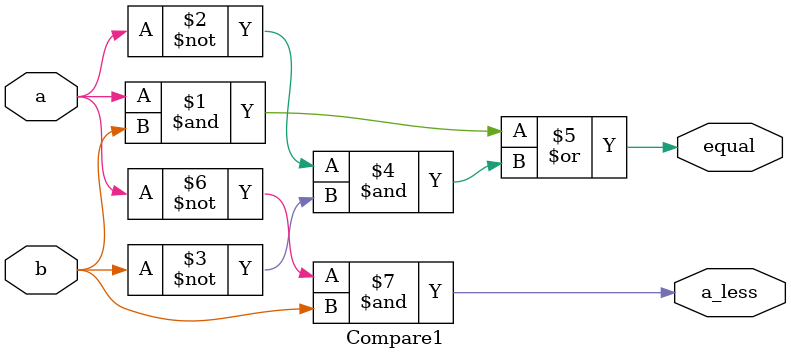
<source format=v>
`timescale 1ns / 1ps

module comparator(
    input [31:0] a,
    input [31:0] b,
    output a_l
    );
    
    wire [31:0] E, A;
    Compare1 cp0(a[0], b[0], E[0], A[0]);
    Compare1 cp1(a[1], b[1], E[1], A[1]);
    Compare1 cp2(a[2], b[2], E[2], A[2]);
    Compare1 cp3(a[3], b[3], E[3], A[3]);
    Compare1 cp4(a[4], b[4], E[4], A[4]);
    Compare1 cp5(a[5], b[5], E[5], A[5]);
    Compare1 cp6(a[6], b[6], E[6], A[6]);
    Compare1 cp7(a[7], b[7], E[7], A[7]);
    Compare1 cp8(a[8], b[8], E[8], A[8]);
    Compare1 cp9(a[9], b[9], E[9], A[9]);
    Compare1 cp10(a[10], b[10], E[10], A[10]);
    Compare1 cp11(a[11], b[11], E[11], A[11]);
    Compare1 cp12(a[12], b[12], E[12], A[12]);
    Compare1 cp13(a[13], b[13], E[13], A[13]);
    Compare1 cp14(a[14], b[14], E[14], A[14]);
    Compare1 cp15(a[15], b[15], E[15], A[15]);
    Compare1 cp16(a[16], b[16], E[16], A[16]);
    Compare1 cp17(a[17], b[17], E[17], A[17]);
    Compare1 cp18(a[18], b[18], E[18], A[18]);
    Compare1 cp19(a[19], b[19], E[19], A[19]);
    Compare1 cp20(a[20], b[20], E[20], A[20]);
    Compare1 cp21(a[21], b[21], E[21], A[21]);
    Compare1 cp22(a[22], b[22], E[22], A[22]);
    Compare1 cp23(a[23], b[23], E[23], A[23]);
    Compare1 cp24(a[24], b[24], E[24], A[24]);
    Compare1 cp25(a[25], b[25], E[25], A[25]);
    Compare1 cp26(a[26], b[26], E[26], A[26]);
    Compare1 cp27(a[27], b[27], E[27], A[27]);
    Compare1 cp28(a[28], b[28], E[28], A[28]);
    Compare1 cp29(a[29], b[29], E[29], A[29]);
    Compare1 cp30(a[30], b[30], E[30], A[30]);
    Compare1 cp31(a[31], b[31], E[31], A[31]);
    
    
    assign a_l =  ( A[31] |
                   (A[30]&E[31]) |
                   (A[29]&E[30]&E[31]) | 
                   (A[28]&E[31]&E[30]&E[29]) |
                   (A[27]&E[31]&E[30]&E[29]&E[28]) |
                   (A[26]&E[31]&E[30]&E[29]&E[28]&E[27]) |
                   (A[25]&E[31]&E[30]&E[29]&E[28]&E[27]&E[26]) |
                   (A[24]&E[31]&E[30]&E[29]&E[28]&E[27]&E[26]&E[25]) |
                   (A[23]&E[31]&E[30]&E[29]&E[28]&E[27]&E[26]&E[25]&E[24]) |
                   (A[22]&E[31]&E[30]&E[29]&E[28]&E[27]&E[26]&E[25]&E[24]&E[23]) |
                   (A[21]&E[31]&E[30]&E[29]&E[28]&E[27]&E[26]&E[25]&E[24]&E[23]&E[22]) |
                   (A[20]&E[31]&E[30]&E[29]&E[28]&E[27]&E[26]&E[25]&E[24]&E[23]&E[22]&E[21]) |
                   (A[19]&E[31]&E[30]&E[29]&E[28]&E[27]&E[26]&E[25]&E[24]&E[23]&E[22]&E[21]&E[20]) | 
                   (A[18]&E[31]&E[30]&E[29]&E[28]&E[27]&E[26]&E[25]&E[24]&E[23]&E[22]&E[21]&E[20]&E[19]) |
                   (A[17]&E[31]&E[30]&E[29]&E[28]&E[27]&E[26]&E[25]&E[24]&E[23]&E[22]&E[21]&E[20]&E[19]&E[18]) |
                   (A[16]&E[31]&E[30]&E[29]&E[28]&E[27]&E[26]&E[25]&E[24]&E[23]&E[22]&E[21]&E[20]&E[19]&E[18]&E[17]) |
                   (A[15]&E[31]&E[30]&E[29]&E[28]&E[27]&E[26]&E[25]&E[24]&E[23]&E[22]&E[21]&E[20]&E[19]&E[18]&E[17]&E[16]) | 
                   (A[14]&E[31]&E[30]&E[29]&E[28]&E[27]&E[26]&E[25]&E[24]&E[23]&E[22]&E[21]&E[20]&E[19]&E[18]&E[17]&E[16]&E[15]) |
                   (A[13]&E[31]&E[30]&E[29]&E[28]&E[27]&E[26]&E[25]&E[24]&E[23]&E[22]&E[21]&E[20]&E[19]&E[18]&E[17]&E[16]&E[15]&E[14]) |
                   (A[12]&E[31]&E[30]&E[29]&E[28]&E[27]&E[26]&E[25]&E[24]&E[23]&E[22]&E[21]&E[20]&E[19]&E[18]&E[17]&E[16]&E[15]&E[14]&E[13]) | 
                   (A[11]&E[31]&E[30]&E[29]&E[28]&E[27]&E[26]&E[25]&E[24]&E[23]&E[22]&E[21]&E[20]&E[19]&E[18]&E[17]&E[16]&E[15]&E[14]&E[13]&E[12]) |
                   (A[10]&E[31]&E[30]&E[29]&E[28]&E[27]&E[26]&E[25]&E[24]&E[23]&E[22]&E[21]&E[20]&E[19]&E[18]&E[17]&E[16]&E[15]&E[14]&E[13]&E[12]&E[11]) |
                   (A[9] &E[31]&E[30]&E[29]&E[28]&E[27]&E[26]&E[25]&E[24]&E[23]&E[22]&E[21]&E[20]&E[19]&E[18]&E[17]&E[16]&E[15]&E[14]&E[13]&E[12]&E[11]&E[10]) |
                   (A[8] &E[31]&E[30]&E[29]&E[28]&E[27]&E[26]&E[25]&E[24]&E[23]&E[22]&E[21]&E[20]&E[19]&E[18]&E[17]&E[16]&E[15]&E[14]&E[13]&E[12]&E[11]&E[10]&E[9]) |
                   (A[7] &E[31]&E[30]&E[29]&E[28]&E[27]&E[26]&E[25]&E[24]&E[23]&E[22]&E[21]&E[20]&E[19]&E[18]&E[17]&E[16]&E[15]&E[14]&E[13]&E[12]&E[11]&E[10]&E[9]&E[8]) |
                   (A[6] &E[31]&E[30]&E[29]&E[28]&E[27]&E[26]&E[25]&E[24]&E[23]&E[22]&E[21]&E[20]&E[19]&E[18]&E[17]&E[16]&E[15]&E[14]&E[13]&E[12]&E[11]&E[10]&E[9]&E[8]&E[7]) |
                   (A[5] &E[31]&E[30]&E[29]&E[28]&E[27]&E[26]&E[25]&E[24]&E[23]&E[22]&E[21]&E[20]&E[19]&E[18]&E[17]&E[16]&E[15]&E[14]&E[13]&E[12]&E[11]&E[10]&E[9]&E[8]&E[7]&E[6]) |
                   (A[4] &E[31]&E[30]&E[29]&E[28]&E[27]&E[26]&E[25]&E[24]&E[23]&E[22]&E[21]&E[20]&E[19]&E[18]&E[17]&E[16]&E[15]&E[14]&E[13]&E[12]&E[11]&E[10]&E[9]&E[8]&E[7]&E[6]&E[5]) |
                   (A[3] &E[31]&E[30]&E[29]&E[28]&E[27]&E[26]&E[25]&E[24]&E[23]&E[22]&E[21]&E[20]&E[19]&E[18]&E[17]&E[16]&E[15]&E[14]&E[13]&E[12]&E[11]&E[10]&E[9]&E[8]&E[7]&E[6]&E[5]&E[4]) |
                   (A[2] &E[31]&E[30]&E[29]&E[28]&E[27]&E[26]&E[25]&E[24]&E[23]&E[22]&E[21]&E[20]&E[19]&E[18]&E[17]&E[16]&E[15]&E[14]&E[13]&E[12]&E[11]&E[10]&E[9]&E[8]&E[7]&E[6]&E[5]&E[4]&E[3]) |
                   (A[1] &E[31]&E[30]&E[29]&E[28]&E[27]&E[26]&E[25]&E[24]&E[23]&E[22]&E[21]&E[20]&E[19]&E[18]&E[17]&E[16]&E[15]&E[14]&E[13]&E[12]&E[11]&E[10]&E[9]&E[8]&E[7]&E[6]&E[5]&E[4]&E[3]&E[2]) |
                   (A[0] &E[31]&E[30]&E[29]&E[28]&E[27]&E[26]&E[25]&E[24]&E[23]&E[22]&E[21]&E[20]&E[19]&E[18]&E[17]&E[16]&E[15]&E[14]&E[13]&E[12]&E[11]&E[10]&E[9]&E[8]&E[7]&E[6]&E[5]&E[4]&E[3]&E[2]&E[1])
                    );    
    
endmodule


module Compare1(
    input a,
    input b,
    output equal, 
    output a_less
    );
    
    assign equal = (a&b) | (~a & ~b);
    assign a_less = (~a & b);
        
endmodule
</source>
